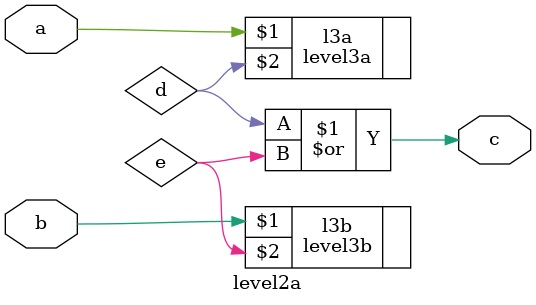
<source format=v>
module level2a(
  input  wire a,
  input  wire b,
  output wire c
);

wire d, e;

level3a l3a(a, d);
level3b l3b(b, e);

assign c = d | e;

endmodule

</source>
